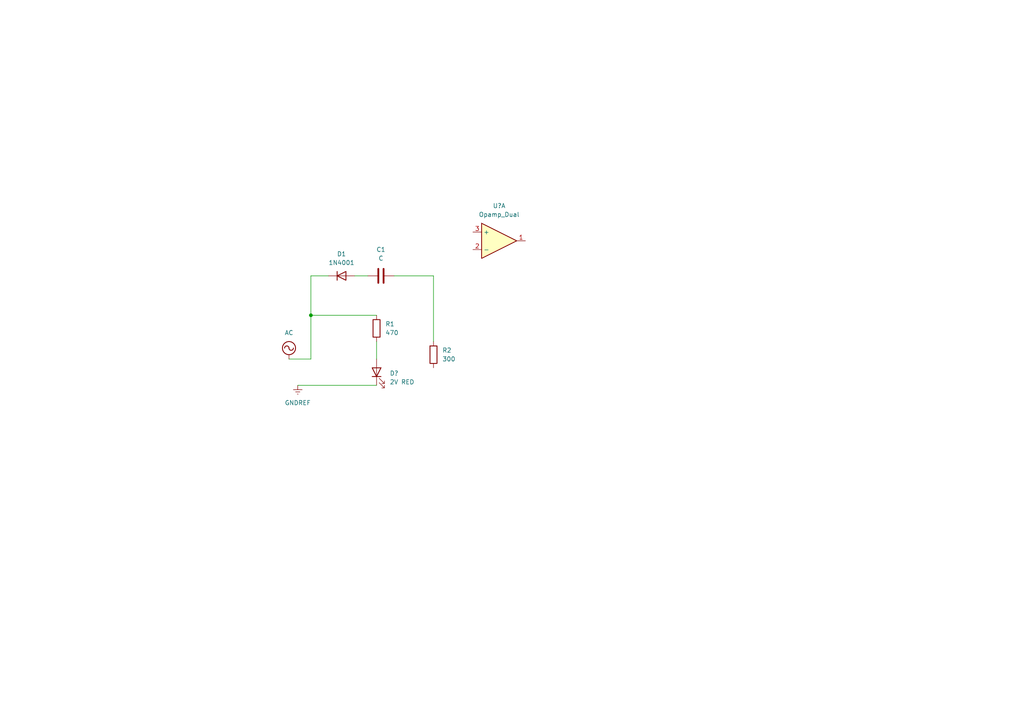
<source format=kicad_sch>
(kicad_sch (version 20230121) (generator eeschema)
  (paper "A4")
  (lib_symbols
    (symbol "Device:C" (pin_numbers hide) (pin_names (offset 0.254))
      (property "Reference" "C" (at 0.635 2.54 0))
      (property "Value" "C" (at 0.635 -2.54 0))
      (symbol "C_0_1"
        (polyline (pts (xy -2.032 -0.762) (xy 2.032 -0.762)) (stroke (width 0.508)))
        (polyline (pts (xy -2.032 0.762) (xy 2.032 0.762)) (stroke (width 0.508)))
      )
      (symbol "C_1_1"
        (pin passive line (at 0 3.81 270) (length 2.794) (name "~") (number "1"))
        (pin passive line (at 0 -3.81 90) (length 2.794) (name "~") (number "2"))
      )
    )
    (symbol "Device:LED" (pin_numbers hide) (pin_names (offset 1.016) hide)
      (property "Reference" "D" (at 0 2.54 0))
      (property "Value" "LED" (at 0 -2.54 0))
      (symbol "LED_0_1"
        (polyline (pts (xy -1.27 -1.27) (xy -1.27 1.27)) (stroke (width 0.254)))
        (polyline (pts (xy -1.27 0) (xy 1.27 0)))
        (polyline (pts (xy 1.27 -1.27) (xy 1.27 1.27) (xy -1.27 0) (xy 1.27 -1.27)) (stroke (width 0.254)))
        (polyline (pts (xy -3.048 -0.762) (xy -4.572 -2.286) (xy -3.81 -2.286) (xy -4.572 -2.286) (xy -4.572 -1.524)))
        (polyline (pts (xy -1.778 -0.762) (xy -3.302 -2.286) (xy -2.54 -2.286) (xy -3.302 -2.286) (xy -3.302 -1.524)))
      )
      (symbol "LED_1_1"
        (pin passive line (at -3.81 0 0) (length 2.54) (name "K") (number "1"))
        (pin passive line (at 3.81 0 180) (length 2.54) (name "A") (number "2"))
      )
    )
    (symbol "Device:Opamp_Dual"
      (property "Reference" "U" (at 0 5.08 0))
      (property "Value" "Opamp_Dual" (at 0 -5.08 0))
      (symbol "Opamp_Dual_1_1"
        (polyline (pts (xy -5.08 5.08) (xy 5.08 0) (xy -5.08 -5.08) (xy -5.08 5.08)) (stroke (width 0.254)) (fill (type background)))
        (pin output line (at 7.62 0 180) (length 2.54) (name "~") (number "1"))
        (pin input line (at -7.62 -2.54 0) (length 2.54) (name "-") (number "2"))
        (pin input line (at -7.62 2.54 0) (length 2.54) (name "+") (number "3"))
      )
      (symbol "Opamp_Dual_2_1"
        (polyline (pts (xy -5.08 5.08) (xy 5.08 0) (xy -5.08 -5.08) (xy -5.08 5.08)) (stroke (width 0.254)) (fill (type background)))
        (pin input line (at -7.62 2.54 0) (length 2.54) (name "+") (number "5"))
        (pin input line (at -7.62 -2.54 0) (length 2.54) (name "-") (number "6"))
        (pin output line (at 7.62 0 180) (length 2.54) (name "~") (number "7"))
      )
      (symbol "Opamp_Dual_3_1"
        (pin power_in line (at -2.54 -7.62 90) (length 3.81) (name "V-") (number "4"))
        (pin power_in line (at -2.54 7.62 270) (length 3.81) (name "V+") (number "8"))
      )
    )
    (symbol "Device:R" (pin_numbers hide) (pin_names (offset 0))
      (property "Reference" "R" (at 2.032 0 90))
      (property "Value" "R" (at 0 0 90))
      (symbol "R_0_1"
        (rectangle (start -1.016 -2.54) (end 1.016 2.54) (stroke (width 0.254)))
      )
      (symbol "R_1_1"
        (pin passive line (at 0 3.81 270) (length 1.27) (name "~") (number "1"))
        (pin passive line (at 0 -3.81 90) (length 1.27) (name "~") (number "2"))
      )
    )
    (symbol "Diode:1N4001" (pin_numbers hide) (pin_names hide)
      (property "Reference" "D" (at 0 2.54 0))
      (property "Value" "1N4001" (at 0 -2.54 0))
      (symbol "1N4001_0_1"
        (polyline (pts (xy -1.27 1.27) (xy -1.27 -1.27)) (stroke (width 0.254)))
        (polyline (pts (xy 1.27 0) (xy -1.27 0)))
        (polyline (pts (xy 1.27 1.27) (xy 1.27 -1.27) (xy -1.27 0) (xy 1.27 1.27)) (stroke (width 0.254)))
      )
      (symbol "1N4001_1_1"
        (pin passive line (at -3.81 0 0) (length 2.54) (name "K") (number "1"))
        (pin passive line (at 3.81 0 180) (length 2.54) (name "A") (number "2"))
      )
    )
    (symbol "power:AC" (power) (pin_names (offset 0))
      (property "Value" "AC" (at 0 6.35 0))
      (symbol "AC_0_1"
        (polyline (pts (xy 0 0) (xy 0 1.27)))
        (arc (start 0 3.175) (mid -0.635 3.8073) (end -1.27 3.175) (stroke (width 0.254)))
        (arc (start 0 3.175) (mid 0.635 2.5427) (end 1.27 3.175) (stroke (width 0.254)))
        (circle (center 0 3.175) (radius 1.905) (stroke (width 0.254)))
      )
      (symbol "AC_1_1"
        (pin power_in line (at 0 0 90) (length 0) hide (name "AC") (number "1"))
      )
    )
    (symbol "power:GNDREF" (power) (pin_names (offset 0))
      (property "Value" "GNDREF" (at 0 -3.81 0))
      (symbol "GNDREF_0_1"
        (polyline (pts (xy -0.635 -1.905) (xy 0.635 -1.905)))
        (polyline (pts (xy -0.127 -2.54) (xy 0.127 -2.54)))
        (polyline (pts (xy 0 -1.27) (xy 0 0)))
        (polyline (pts (xy 1.27 -1.27) (xy -1.27 -1.27)))
      )
      (symbol "GNDREF_1_1"
        (pin power_in line (at 0 0 270) (length 0) hide (name "GNDREF") (number "1"))
      )
    )
  )
  (junction (at 90.17 91.44))
  (wire (pts (xy 125.73 80.01) (xy 125.73 99.06)))
  (wire (pts (xy 86.36 111.76) (xy 109.22 111.76)))
  (wire (pts (xy 109.22 99.06) (xy 109.22 104.14)))
  (wire (pts (xy 90.17 91.44) (xy 90.17 104.14)))
  (wire (pts (xy 95.25 80.01) (xy 90.17 80.01)))
  (wire (pts (xy 90.17 104.14) (xy 83.82 104.14)))
  (wire (pts (xy 114.3 80.01) (xy 125.73 80.01)))
  (wire (pts (xy 102.87 80.01) (xy 106.68 80.01)))
  (wire (pts (xy 90.17 91.44) (xy 109.22 91.44)))
  (wire (pts (xy 90.17 80.01) (xy 90.17 91.44)))
  (symbol (lib_id "Diode:1N4001") (at 99.06 80.01 0) (unit 1)
    (property "Reference" "D1" (at 99.06 73.66 0))
    (property "Value" "1N4001" (at 99.06 76.2 0))
    (property "Footprint" "Diode_THT:D_DO-41_SOD81_P10.16mm_Horizontal" (effects hide))
    (property "Datasheet" "http://www.vishay.com/docs/88503/1n4001.pdf" (effects hide))
    (property "Sim.Device" "D" (effects hide))
    (property "Sim.Pins" "1=K 2=A" (effects hide))
  )
  (symbol (lib_id "Device:R") (at 109.22 95.25 0) (unit 1)
    (property "Reference" "R1" (at 111.76 93.98 0) (effects (justify left)))
    (property "Value" "470" (at 111.76 96.52 0) (effects (justify left)))
  )
  (symbol (lib_id "power:AC") (at 83.82 104.14 0) (unit 1)
    (property "Reference" "#PWR01" (effects hide))
    (property "Value" "AC" (at 83.82 96.52 0))
  )
  (symbol (lib_id "Device:Opamp_Dual") (at 144.78 69.85 0) (unit 1)
    (property "Reference" "U?" (at 144.78 59.69 0))
    (property "Value" "Opamp_Dual" (at 144.78 62.23 0))
  )
  (symbol (lib_id "Device:R") (at 125.73 102.87 0) (unit 1)
    (property "Reference" "R2" (at 128.27 101.6 0) (effects (justify left)))
    (property "Value" "300" (at 128.27 104.14 0) (effects (justify left)))
  )
  (symbol (lib_id "power:GNDREF") (at 86.36 111.76 0) (unit 1)
    (property "Reference" "#PWR02" (effects hide))
    (property "Value" "GNDREF" (at 86.36 116.84 0))
  )
  (symbol (lib_id "Device:LED") (at 109.22 107.95 90) (unit 1)
    (property "Reference" "D?" (at 113.03 108.2675 90) (effects (justify right)))
    (property "Value" "2V RED" (at 113.03 110.8075 90) (effects (justify right)))
  )
  (symbol (lib_id "Device:C") (at 110.49 80.01 90) (unit 1)
    (property "Reference" "C1" (at 110.49 72.39 90))
    (property "Value" "C" (at 110.49 74.93 90))
  )
)
</source>
